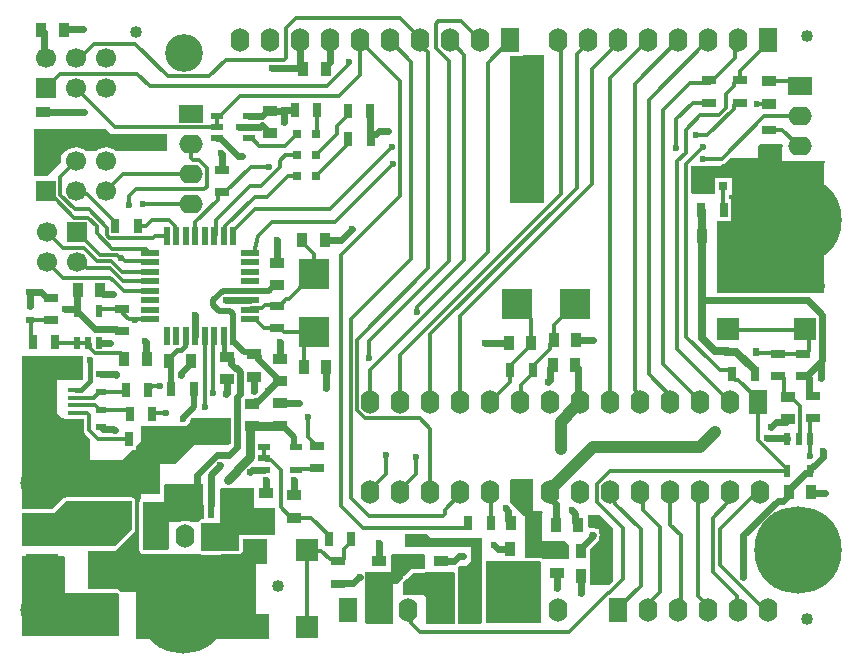
<source format=gtl>
G04*
G04 #@! TF.GenerationSoftware,Altium Limited,Altium Designer,20.0.10 (225)*
G04*
G04 Layer_Physical_Order=1*
G04 Layer_Color=255*
%FSLAX44Y44*%
%MOMM*%
G71*
G01*
G75*
%ADD12C,0.4000*%
%ADD19R,1.3000X0.7000*%
%ADD20R,0.7000X1.3000*%
%ADD21R,0.6858X0.5588*%
%ADD22R,0.5588X0.6858*%
%ADD23R,1.6000X1.4000*%
%ADD24R,1.9000X1.9000*%
%ADD25R,1.9000X1.9000*%
%ADD26R,1.3500X0.4000*%
%ADD27R,3.5000X2.2000*%
%ADD28R,0.6000X2.2000*%
%ADD29R,2.5000X2.6000*%
%ADD30R,2.6000X2.5000*%
%ADD31R,1.3000X0.9000*%
%ADD32R,0.9000X1.3000*%
%ADD33R,1.0000X0.5500*%
%ADD34R,0.5500X1.0000*%
%ADD35R,1.6000X3.0000*%
%ADD36R,0.8000X0.8000*%
%ADD37R,2.7000X2.0000*%
%ADD38R,0.5500X1.5000*%
%ADD39R,1.5000X0.5500*%
%ADD40R,0.9000X0.6000*%
%ADD74C,1.0160*%
%ADD75C,0.3000*%
%ADD76C,0.6000*%
%ADD77C,0.7000*%
%ADD78C,1.0000*%
%ADD79C,0.5000*%
%ADD80C,0.8000*%
%ADD81R,1.6000X2.0000*%
%ADD82O,1.6000X2.0000*%
%ADD83R,2.0000X1.6000*%
%ADD84O,2.0000X1.6000*%
%ADD85R,1.7000X1.7000*%
%ADD86C,1.7000*%
%ADD87C,4.0000*%
G04:AMPARAMS|DCode=88|XSize=2mm|YSize=1.2mm|CornerRadius=0.36mm|HoleSize=0mm|Usage=FLASHONLY|Rotation=0.000|XOffset=0mm|YOffset=0mm|HoleType=Round|Shape=RoundedRectangle|*
%AMROUNDEDRECTD88*
21,1,2.0000,0.4800,0,0,0.0*
21,1,1.2800,1.2000,0,0,0.0*
1,1,0.7200,0.6400,-0.2400*
1,1,0.7200,-0.6400,-0.2400*
1,1,0.7200,-0.6400,0.2400*
1,1,0.7200,0.6400,0.2400*
%
%ADD88ROUNDEDRECTD88*%
%ADD89C,3.2000*%
%ADD90C,7.4000*%
%ADD91C,0.6000*%
G36*
X78000Y429000D02*
X126000D01*
Y414000D01*
X82757D01*
X82602Y414202D01*
X80200Y416045D01*
X77402Y417204D01*
X74400Y417599D01*
X71398Y417204D01*
X68600Y416045D01*
X66198Y414202D01*
X66043Y414000D01*
X57357D01*
X57202Y414202D01*
X54800Y416045D01*
X52002Y417204D01*
X49000Y417599D01*
X45998Y417204D01*
X43200Y416045D01*
X40798Y414202D01*
X40643Y414000D01*
X40000D01*
X36000Y410000D01*
X36000Y405000D01*
X24300Y393300D01*
X14330Y393300D01*
X13432Y394198D01*
Y433000D01*
X74000D01*
X78000Y429000D01*
D02*
G37*
G36*
X647476Y418587D02*
X646956Y418068D01*
Y405929D01*
X682727Y405856D01*
X683212Y404682D01*
X682029Y403498D01*
Y293880D01*
X669694D01*
X668500Y294118D01*
X591845D01*
Y354750D01*
X603750D01*
Y373750D01*
X601713D01*
Y377250D01*
X604000D01*
Y391250D01*
X590000D01*
Y377992D01*
X570954Y377991D01*
X570056Y378889D01*
Y401506D01*
X570430Y401880D01*
X578554D01*
X580056Y401581D01*
X581557Y401880D01*
X594983D01*
X596279Y403176D01*
X597705Y403460D01*
X599193Y404454D01*
X602765Y408026D01*
X626650D01*
Y418206D01*
X626726Y418224D01*
X626959Y418457D01*
Y418960D01*
X627857Y419857D01*
X646950D01*
X647476Y418587D01*
D02*
G37*
G36*
X445231Y370000D02*
X416769D01*
Y495000D01*
X427560D01*
Y495300D01*
X445231D01*
Y370000D01*
D02*
G37*
G36*
X199508Y128783D02*
X199840Y128646D01*
Y111997D01*
X217848D01*
Y89902D01*
X216949Y89006D01*
X188718Y89085D01*
X188634Y89000D01*
X187000D01*
Y87366D01*
X186920Y87286D01*
Y75764D01*
X155781Y75698D01*
X154882Y76595D01*
Y99275D01*
X171134Y99276D01*
X171134Y127885D01*
X172032Y128783D01*
X177268D01*
X177600Y128740D01*
X177932Y128783D01*
X199508D01*
D02*
G37*
G36*
X156882Y115000D02*
X157000Y114409D01*
Y102334D01*
X154882Y102334D01*
X153712Y102101D01*
X152719Y101438D01*
X152056Y100446D01*
X151985Y100089D01*
X145987D01*
X144472Y100717D01*
X141600Y101095D01*
X138728Y100717D01*
X137213Y100089D01*
X127380D01*
Y77081D01*
X126375Y76442D01*
X107056D01*
X106929Y76570D01*
X105650D01*
Y117007D01*
X106161Y117218D01*
X123162D01*
Y131535D01*
X124185Y132557D01*
X156882D01*
Y115000D01*
D02*
G37*
G36*
X96000Y93635D02*
X81914Y79549D01*
X3665D01*
X3268Y79713D01*
X3267Y108000D01*
X30426D01*
X40426Y118000D01*
X96000D01*
Y93635D01*
D02*
G37*
G36*
X435563Y136438D02*
Y109160D01*
X443629D01*
X444168Y107904D01*
X443780Y107515D01*
Y84239D01*
X463350Y84280D01*
X466760Y80870D01*
Y68590D01*
X444838D01*
X444265Y69163D01*
X443273Y69826D01*
X442102Y70059D01*
X442102Y70059D01*
X429000Y70059D01*
Y105000D01*
X428400Y105000D01*
X425000Y108400D01*
Y108500D01*
X424900D01*
X417839Y115562D01*
X417509Y116056D01*
X417015Y116385D01*
X416000Y117400D01*
X416000Y136102D01*
X416898Y137000D01*
X435000D01*
X435563Y136438D01*
D02*
G37*
G36*
X344830Y71978D02*
Y61330D01*
X343896Y60395D01*
X332842Y60395D01*
X326617Y54100D01*
X325600D01*
Y53071D01*
X320387Y47800D01*
X317130Y47800D01*
X317130Y14073D01*
X317064Y13939D01*
X294934Y13939D01*
X294036Y14837D01*
X294036Y58059D01*
X315960Y58059D01*
X315960Y71978D01*
X316858Y72876D01*
X343932Y72877D01*
X344830Y71978D01*
D02*
G37*
G36*
X503780Y95220D02*
Y50444D01*
X500276Y46940D01*
X488060D01*
X488000Y47000D01*
X484000D01*
Y77049D01*
X490243Y83292D01*
X491569Y85276D01*
X491745Y86160D01*
X492066D01*
Y87532D01*
X492417Y89300D01*
X492066Y91068D01*
Y93934D01*
X491618Y94382D01*
X489493D01*
X488641Y94952D01*
X486300Y95417D01*
X483959Y94952D01*
X483850Y94879D01*
X482580Y95558D01*
Y105895D01*
X482685Y106000D01*
X493000D01*
X503780Y95220D01*
D02*
G37*
G36*
X443000Y66102D02*
X443000Y15000D01*
X396000D01*
Y67000D01*
X442102Y67000D01*
X443000Y66102D01*
D02*
G37*
G36*
X348880Y87000D02*
X392426D01*
Y15114D01*
X392031Y14157D01*
X373456Y14134D01*
X372558Y15032D01*
Y56882D01*
X372325Y58052D01*
X371965Y58591D01*
X372060Y62096D01*
X372911Y62664D01*
X379159D01*
X383087Y66592D01*
Y79010D01*
X328608D01*
X327470Y79328D01*
Y90000D01*
X345880D01*
X348880Y87000D01*
D02*
G37*
G36*
X369499Y56882D02*
Y14113D01*
X345936Y14026D01*
X345036Y14922D01*
Y36945D01*
X343316Y38665D01*
X326518D01*
X325631Y39573D01*
X325804Y47073D01*
X325754Y48877D01*
X327775Y50921D01*
X328099Y51411D01*
X328183Y51537D01*
X328290Y51610D01*
X328780Y51937D01*
X328785Y51944D01*
X328792Y51949D01*
X334119Y57336D01*
X343896Y57336D01*
X344425Y57442D01*
X345066Y57569D01*
X345066Y57569D01*
X345657Y57964D01*
X368417Y57964D01*
X369499Y56882D01*
D02*
G37*
G36*
X40000Y70102D02*
X40000Y40000D01*
X84102Y40000D01*
X85000Y39102D01*
Y4000D01*
X84815Y3554D01*
X3529D01*
Y71000D01*
X39102D01*
X40000Y70102D01*
D02*
G37*
G36*
X55206Y239552D02*
X55165Y239490D01*
X54699Y237149D01*
X55165Y234808D01*
X55206Y234746D01*
Y221548D01*
X54252Y220787D01*
X33022D01*
Y191845D01*
X37021Y187846D01*
X39000D01*
Y187500D01*
X55412D01*
Y178350D01*
X55761Y176594D01*
X56444Y175572D01*
Y174556D01*
X61000Y170000D01*
Y153000D01*
X88251D01*
X96251Y161000D01*
X100000D01*
Y164748D01*
X104341Y169089D01*
Y181086D01*
X138879D01*
X139400Y180982D01*
X139921Y181086D01*
X140914D01*
X141000Y181000D01*
X141375Y181375D01*
X141741Y181448D01*
X143726Y182774D01*
X145052Y184759D01*
X145125Y185125D01*
X145855Y185854D01*
Y186788D01*
X147008Y187941D01*
X179382D01*
Y166463D01*
X177920Y165000D01*
X149000D01*
X133000Y149000D01*
X120000D01*
Y124080D01*
X119943Y124057D01*
X104248D01*
Y121305D01*
X103962Y120154D01*
Y120154D01*
X103441Y119100D01*
X102824Y118177D01*
X102591Y117007D01*
Y76570D01*
X102824Y75399D01*
X103487Y74407D01*
X104000Y74064D01*
Y73000D01*
X154420D01*
X154614Y72871D01*
X154615Y72870D01*
X154617Y72870D01*
X155204Y72754D01*
X155785Y72639D01*
X155786Y72639D01*
X155788Y72639D01*
X186926Y72706D01*
X187513Y72824D01*
X188090Y72938D01*
X188093Y72940D01*
X188096Y72941D01*
X188184Y73000D01*
X189000D01*
Y73546D01*
X189083Y73601D01*
X189084Y73604D01*
X189087Y73606D01*
X189415Y74099D01*
X189746Y74594D01*
X189746Y74597D01*
X189748Y74600D01*
X189863Y75184D01*
X189978Y75764D01*
Y85123D01*
X190878Y86020D01*
X211000Y85963D01*
Y65000D01*
X202000D01*
X201744Y64743D01*
Y22187D01*
X210874D01*
X212026Y21902D01*
Y1050D01*
X100747D01*
X99500Y1105D01*
Y40595D01*
X87610D01*
X87163Y41265D01*
X86265Y42163D01*
X85273Y42826D01*
X84102Y43059D01*
X84102Y43059D01*
X59898Y43059D01*
X59000Y43957D01*
Y76000D01*
X82000D01*
X82633Y76633D01*
X83084Y76723D01*
X84077Y77386D01*
X84077Y77386D01*
X96691Y90000D01*
X97000D01*
Y90309D01*
X98163Y91472D01*
X98826Y92464D01*
X99059Y93635D01*
X99059Y93635D01*
Y118000D01*
X98826Y119171D01*
X98163Y120163D01*
X97170Y120826D01*
X96000Y121059D01*
X40426D01*
X40426Y121059D01*
X39255Y120826D01*
X38263Y120163D01*
X38263Y120163D01*
X29158Y111059D01*
X3268D01*
X3000Y111278D01*
Y240622D01*
X4126Y240971D01*
X55206D01*
Y239552D01*
D02*
G37*
D12*
X60817Y219317D02*
Y237149D01*
X53500Y212000D02*
X60817Y219317D01*
X48750Y212000D02*
X53500D01*
X128500Y236700D02*
Y239900D01*
X134615Y246015D01*
X137921D01*
X141250Y249343D01*
Y257250D01*
X142000Y258000D01*
X174000Y242300D02*
Y258000D01*
D19*
X172400Y398300D02*
D03*
Y379300D02*
D03*
X88000Y261500D02*
D03*
Y280500D02*
D03*
X218900Y264400D02*
D03*
Y283400D02*
D03*
X611000Y474000D02*
D03*
Y455000D02*
D03*
X584750Y455000D02*
D03*
Y474000D02*
D03*
X636000Y432500D02*
D03*
Y413500D02*
D03*
X673300Y207200D02*
D03*
Y188200D02*
D03*
X27789Y271018D02*
D03*
Y290018D02*
D03*
X664700Y223800D02*
D03*
Y242800D02*
D03*
X271000Y67000D02*
D03*
Y48000D02*
D03*
X253000Y164500D02*
D03*
Y145500D02*
D03*
X643100Y223800D02*
D03*
Y242800D02*
D03*
X335300Y85600D02*
D03*
Y66600D02*
D03*
X335100Y47600D02*
D03*
Y66600D02*
D03*
D20*
X298000Y447750D02*
D03*
X279000D02*
D03*
X298500Y424250D02*
D03*
X279500D02*
D03*
X101250Y351000D02*
D03*
X82250D02*
D03*
X110300Y211900D02*
D03*
X91300D02*
D03*
X94700Y192000D02*
D03*
X113700D02*
D03*
X112500Y170500D02*
D03*
X93500D02*
D03*
X400000Y99000D02*
D03*
X381000D02*
D03*
X623500Y225800D02*
D03*
X604500D02*
D03*
X253300Y449100D02*
D03*
X234300D02*
D03*
X416500Y229000D02*
D03*
X435500D02*
D03*
X597250Y364250D02*
D03*
X578250D02*
D03*
X12500Y253000D02*
D03*
X31500D02*
D03*
X282100Y86200D02*
D03*
X263100D02*
D03*
X148700Y213200D02*
D03*
X129700D02*
D03*
D21*
X10000Y270808D02*
D03*
Y295192D02*
D03*
D22*
X600210Y244300D02*
D03*
X624594D02*
D03*
D23*
X46500Y167000D02*
D03*
Y231000D02*
D03*
D24*
X22000Y187000D02*
D03*
X601000Y263500D02*
D03*
Y308500D02*
D03*
X666000D02*
D03*
Y263500D02*
D03*
D25*
X22000Y211000D02*
D03*
X244500Y76500D02*
D03*
X199500D02*
D03*
Y11500D02*
D03*
X244500D02*
D03*
D26*
X48750Y212000D02*
D03*
Y205500D02*
D03*
Y199000D02*
D03*
Y192500D02*
D03*
Y186000D02*
D03*
D27*
X163000Y177000D02*
D03*
D28*
X188400Y115000D02*
D03*
X175700D02*
D03*
X163000D02*
D03*
X150300D02*
D03*
X137600D02*
D03*
D29*
X471100Y284950D02*
D03*
X422100D02*
D03*
D30*
X250500Y261100D02*
D03*
Y310100D02*
D03*
D31*
X221400Y238600D02*
D03*
Y219600D02*
D03*
X113000Y129500D02*
D03*
Y110500D02*
D03*
X210000Y125000D02*
D03*
Y106000D02*
D03*
X199700Y242100D02*
D03*
Y223100D02*
D03*
X219000Y319500D02*
D03*
Y300500D02*
D03*
X176400Y239900D02*
D03*
Y220900D02*
D03*
X21000Y428000D02*
D03*
Y447000D02*
D03*
X636000Y473500D02*
D03*
Y454500D02*
D03*
X305800Y48200D02*
D03*
Y67200D02*
D03*
X358000Y48000D02*
D03*
Y67000D02*
D03*
X213000Y448500D02*
D03*
Y429500D02*
D03*
X221900Y181700D02*
D03*
Y200700D02*
D03*
X652200Y206200D02*
D03*
Y187200D02*
D03*
X233200Y104000D02*
D03*
Y123000D02*
D03*
X198100Y200500D02*
D03*
Y181500D02*
D03*
X456600Y76000D02*
D03*
Y57000D02*
D03*
D32*
X476300Y76000D02*
D03*
X495300D02*
D03*
X260500Y484000D02*
D03*
X241500D02*
D03*
X416500Y77000D02*
D03*
X435500D02*
D03*
X598000Y342000D02*
D03*
X579000D02*
D03*
X127300Y236700D02*
D03*
X146300D02*
D03*
X240500Y339000D02*
D03*
X259500D02*
D03*
X241700Y231800D02*
D03*
X260700D02*
D03*
X382500Y50000D02*
D03*
X401500D02*
D03*
X19500Y517000D02*
D03*
X38500D02*
D03*
X471800Y232700D02*
D03*
X452800D02*
D03*
X436500Y99000D02*
D03*
X417500D02*
D03*
X455300Y97300D02*
D03*
X474300D02*
D03*
X434500Y252000D02*
D03*
X415500D02*
D03*
X453400Y254200D02*
D03*
X472400D02*
D03*
X652486Y125414D02*
D03*
X671486D02*
D03*
X50400Y297000D02*
D03*
X69400D02*
D03*
X90000Y238400D02*
D03*
X109000D02*
D03*
X495500Y54500D02*
D03*
X476500D02*
D03*
D33*
X168500Y444000D02*
D03*
Y434500D02*
D03*
Y425000D02*
D03*
X195500Y444000D02*
D03*
Y425000D02*
D03*
X208500Y163500D02*
D03*
Y154000D02*
D03*
Y144500D02*
D03*
X235500Y163500D02*
D03*
Y144500D02*
D03*
D34*
X49688Y252062D02*
D03*
X59188D02*
D03*
X68688D02*
D03*
X49688Y279062D02*
D03*
X68688D02*
D03*
X670300Y170300D02*
D03*
X660800D02*
D03*
X651300D02*
D03*
X670300Y143300D02*
D03*
X651300D02*
D03*
D35*
X73000Y96000D02*
D03*
Y137000D02*
D03*
X72000Y60000D02*
D03*
Y19000D02*
D03*
D36*
X581000Y384250D02*
D03*
X597000D02*
D03*
X236000Y429000D02*
D03*
X252000D02*
D03*
X236000Y411000D02*
D03*
X252000D02*
D03*
X236000Y393000D02*
D03*
X252000D02*
D03*
D37*
X20000Y63000D02*
D03*
Y95000D02*
D03*
D38*
X182000Y258000D02*
D03*
X174000D02*
D03*
X166000D02*
D03*
X158000D02*
D03*
X150000D02*
D03*
X142000D02*
D03*
X134000D02*
D03*
X126000D02*
D03*
Y342000D02*
D03*
X134000D02*
D03*
X142000D02*
D03*
X150000D02*
D03*
X158000D02*
D03*
X166000D02*
D03*
X174000D02*
D03*
X182000D02*
D03*
D39*
X112000Y272000D02*
D03*
Y280000D02*
D03*
Y288000D02*
D03*
Y296000D02*
D03*
Y304000D02*
D03*
Y312000D02*
D03*
Y320000D02*
D03*
Y328000D02*
D03*
X196000D02*
D03*
Y320000D02*
D03*
Y312000D02*
D03*
Y304000D02*
D03*
Y296000D02*
D03*
Y288000D02*
D03*
Y280000D02*
D03*
Y272000D02*
D03*
D40*
X70300Y225500D02*
D03*
Y210500D02*
D03*
X70500Y180300D02*
D03*
Y195300D02*
D03*
D74*
X100000Y515000D02*
D03*
X668000Y512000D02*
D03*
Y18000D02*
D03*
X220000Y46000D02*
D03*
D75*
X323600Y201830D02*
Y241600D01*
X460000Y378000D02*
Y497743D01*
X323600Y241600D02*
X460000Y378000D01*
X349000Y201830D02*
Y259000D01*
X472827Y382827D02*
Y496227D01*
X349000Y259000D02*
X472827Y382827D01*
X374400Y201830D02*
Y274400D01*
X486000Y386000D02*
Y484000D01*
X374400Y274400D02*
X486000Y386000D01*
X546000Y234000D02*
X577600Y202400D01*
X546000Y449000D02*
X569000Y472000D01*
X546000Y234000D02*
Y449000D01*
X534000Y225337D02*
X552200Y207137D01*
X534000Y457800D02*
X584200Y508000D01*
X534000Y225337D02*
Y457800D01*
X522000Y471200D02*
X558800Y508000D01*
X526800Y201830D02*
Y207287D01*
X522000Y212087D02*
X526800Y207287D01*
X522000Y212087D02*
Y471200D01*
X298200Y201830D02*
Y229200D01*
X397691Y328691D02*
Y489131D01*
X298200Y229200D02*
X397691Y328691D01*
X337375Y277625D02*
X337928Y278178D01*
Y281928D01*
X377866Y321866D01*
Y495894D01*
X365000Y321000D02*
Y490431D01*
X297058Y239058D02*
Y253058D01*
X365000Y321000D01*
X286700Y195067D02*
Y254700D01*
X347000Y315000D02*
Y497743D01*
X286700Y254700D02*
X347000Y315000D01*
X340360Y504383D02*
Y508000D01*
Y504383D02*
X347000Y497743D01*
X281660Y271660D02*
X333000Y323000D01*
X314960Y508000D02*
X333000Y489960D01*
Y323000D02*
Y489960D01*
X281660Y120427D02*
Y271660D01*
X472827Y496227D02*
X482600Y506000D01*
X486000Y484000D02*
X508000Y506000D01*
X64650Y243400D02*
X87000D01*
X60438Y247613D02*
X64650Y243400D01*
X60438Y247613D02*
Y250812D01*
X48750Y205500D02*
X63800D01*
X457200Y508000D02*
X459687Y505513D01*
Y498055D02*
Y505513D01*
Y498055D02*
X460000Y497743D01*
X397691Y489131D02*
X416560Y508000D01*
X557890Y246940D02*
X603000Y201830D01*
X557890Y246940D02*
Y405896D01*
X565000Y413006D01*
X565468Y257102D02*
X585570Y237000D01*
X565468Y403407D02*
X579750Y417689D01*
X565468Y257102D02*
Y403407D01*
X565000Y413006D02*
Y432000D01*
X577500Y444500D01*
X593429D01*
X557200Y416750D02*
Y441200D01*
X571000Y455000D02*
X584750D01*
X557200Y441200D02*
X571000Y455000D01*
X569000Y472000D02*
X585750D01*
X589750Y476000D02*
X607113Y493363D01*
X589750Y476000D02*
Y476000D01*
X607113Y493363D02*
Y505513D01*
X585750Y472000D02*
X589750Y476000D01*
X354000Y501431D02*
X365000Y490431D01*
X354000Y501431D02*
Y522243D01*
X355757Y524000D01*
X375160D01*
X391160Y508000D01*
X391160D01*
X365760D02*
X377866Y495894D01*
X297000Y239000D02*
X297058Y239058D01*
X281660Y120427D02*
X296712Y105375D01*
X273034Y113966D02*
Y326034D01*
X289560Y507440D02*
Y508000D01*
X273034Y113966D02*
X292000Y95000D01*
X273034Y326034D02*
X323500Y376500D01*
X293939Y187827D02*
X340173D01*
X286700Y195067D02*
X293939Y187827D01*
X296712Y105375D02*
X359743D01*
X340173Y187827D02*
X349000Y179000D01*
X292000Y95000D02*
X379000D01*
X323500Y376500D02*
Y473500D01*
X289560Y507440D02*
X323500Y473500D01*
X289560Y504440D02*
Y508000D01*
Y479014D02*
Y504440D01*
X381000Y97000D02*
Y99000D01*
X379000Y95000D02*
X381000Y97000D01*
X245000Y172500D02*
X253000Y164500D01*
X245000Y172500D02*
Y189000D01*
X594000Y64000D02*
Y94000D01*
X633482Y25400D02*
X635000D01*
X626961Y31039D02*
X627843D01*
X633482Y25400D01*
X594000Y64000D02*
X626961Y31039D01*
X585570Y237000D02*
X586000D01*
X593957Y229043D01*
X604500Y222800D02*
Y225800D01*
Y222800D02*
X606500Y220800D01*
X609630D02*
X626500Y203930D01*
X606500Y220800D02*
X609630D01*
X593957Y229043D02*
X602500D01*
X604500Y227043D01*
X577600Y201830D02*
Y202400D01*
X552200Y201830D02*
Y207137D01*
X626882Y125630D02*
X628400D01*
X621428Y120176D02*
X626882Y125630D01*
X620176Y120176D02*
X621428D01*
X594000Y94000D02*
X620176Y120176D01*
X588000Y58000D02*
X608261Y37739D01*
X588000Y103373D02*
X600513Y115885D01*
X588000Y58000D02*
Y103373D01*
X576000Y37257D02*
X584200Y29057D01*
X576000Y124030D02*
X577600Y125630D01*
X576000Y37257D02*
Y124030D01*
X584200Y25400D02*
Y29057D01*
X608261Y26739D02*
X609600Y25400D01*
X608261Y26739D02*
Y37739D01*
X600513Y123143D02*
X603000Y125630D01*
X600513Y115885D02*
Y123143D01*
X558800Y25400D02*
X561000Y27600D01*
X552200Y97800D02*
X561000Y89000D01*
Y27600D02*
Y89000D01*
X543000Y40518D02*
Y96000D01*
X529000Y110000D02*
X543000Y96000D01*
X533400Y30918D02*
X543000Y40518D01*
X508000Y27400D02*
X527000Y46400D01*
X505224Y115776D02*
X527000Y94000D01*
Y46400D02*
Y94000D01*
X533400Y25400D02*
Y30918D01*
X529000Y110000D02*
Y123430D01*
X512000Y52175D02*
Y95000D01*
X489900Y117100D02*
X512000Y95000D01*
X489900Y117100D02*
Y132393D01*
X501400Y120112D02*
Y125630D01*
Y120112D02*
X505224Y116288D01*
Y115776D02*
Y116288D01*
X489900Y132393D02*
X500900Y143393D01*
X651207D02*
X651300Y143300D01*
X500900Y143393D02*
X651207D01*
X651300Y143300D02*
Y145550D01*
X626750Y169658D02*
X649608Y146800D01*
X650050D02*
X651300Y145550D01*
X649608Y146800D02*
X650050D01*
X526800Y125630D02*
X529000Y123430D01*
X500088Y40263D02*
X512000Y52175D01*
X340000Y7000D02*
X466475D01*
X499738Y40263D01*
X500088D01*
X330200Y25400D02*
X332687Y22913D01*
Y14313D02*
X340000Y7000D01*
X332687Y14313D02*
Y22913D01*
X90257Y321091D02*
X110909D01*
X87523Y323825D02*
X90257Y321091D01*
X86188Y323825D02*
X87523D01*
X56029Y332300D02*
X66847Y321482D01*
X78519D01*
X37700Y332300D02*
X56029D01*
X49700Y345700D02*
X68918Y326482D01*
X83531D01*
X86188Y323825D01*
X77883Y315046D02*
X88929Y304000D01*
X78519Y321482D02*
X88000Y312000D01*
X49700Y320300D02*
X53204D01*
X58457Y315046D02*
X77883D01*
X53204Y320300D02*
X58457Y315046D01*
X81448Y304000D02*
X89448Y296000D01*
X78080Y307000D02*
X81080Y304000D01*
X37600Y307000D02*
X78080D01*
X89448Y296000D02*
X112000D01*
X81080Y304000D02*
X81448D01*
X88929D02*
X112000D01*
X88000Y312000D02*
X112000D01*
X79748Y331482D02*
X108518D01*
X66750Y344479D02*
X79748Y331482D01*
X108518D02*
X112000Y328000D01*
X66750Y344479D02*
Y350600D01*
X114250Y341000D02*
X115500Y342250D01*
X77300Y341000D02*
X114250D01*
X75240Y343060D02*
X77300Y341000D01*
X75240Y343060D02*
Y349181D01*
X48750Y192500D02*
X58243D01*
X60000Y190743D01*
Y178350D02*
Y190743D01*
Y178350D02*
X67850Y170500D01*
X93500D01*
X110909Y321091D02*
X112000Y320000D01*
X24300Y320300D02*
X37600Y307000D01*
X59350Y358000D02*
X66750Y350600D01*
X47258Y358000D02*
X59350D01*
X59571Y364850D02*
X75240Y349181D01*
X47779Y364850D02*
X59571D01*
X23600Y380600D02*
X30600Y373600D01*
X31658D02*
X47258Y358000D01*
X30600Y373600D02*
X31658D01*
X35600Y377029D02*
X47779Y364850D01*
X82250Y351000D02*
Y354000D01*
X49000Y380600D02*
X51679Y377921D01*
X58329D02*
X82250Y354000D01*
X35600Y377029D02*
Y392600D01*
X49000Y406000D01*
X51679Y377921D02*
X58329D01*
X167250Y356250D02*
X196000Y385000D01*
X206000D02*
X221500Y400500D01*
X196000Y385000D02*
X206000D01*
X221500Y400500D02*
Y406243D01*
X175400Y379300D02*
X197100Y401000D01*
X212000D01*
X167250Y343250D02*
Y356250D01*
X182000Y346750D02*
X200250Y365000D01*
X182000Y342000D02*
Y346750D01*
X200250Y365000D02*
X263750D01*
X203023Y342323D02*
X214700Y354000D01*
X268000D02*
X317000Y403000D01*
X214700Y354000D02*
X268000D01*
X270000Y429000D02*
Y435750D01*
X254500Y413500D02*
X254500D01*
X252000Y411000D02*
X254500Y413500D01*
X254500D02*
X270000Y429000D01*
Y435750D02*
X279000Y444750D01*
Y447750D01*
X252000Y393000D02*
X277500Y418500D01*
Y422250D01*
X279500Y424250D01*
X187750Y461000D02*
X271546D01*
X289560Y479014D01*
X170750Y444000D02*
X187750Y461000D01*
X111194Y468986D02*
X261435D01*
X280000Y487550D01*
X100579Y479600D02*
X111194Y468986D01*
X280000Y487550D02*
Y489275D01*
X226500Y493445D02*
Y518250D01*
X235500Y527250D02*
X323110D01*
X224743Y491687D02*
X226500Y493445D01*
Y518250D02*
X235500Y527250D01*
X175687Y491687D02*
X224743D01*
X126600Y477400D02*
X161400D01*
X175687Y491687D01*
X98700Y505300D02*
X126600Y477400D01*
X49000Y493000D02*
X52000D01*
X64300Y505300D02*
X98700D01*
X52000Y493000D02*
X64300Y505300D01*
X245047Y75953D02*
X256743D01*
X244500Y76500D02*
X245047Y75953D01*
X256743D02*
X263696Y69000D01*
X272000D02*
X274000Y67000D01*
X263696Y69000D02*
X272000D01*
X222400Y112800D02*
Y144600D01*
X214250Y152750D02*
X222400Y144600D01*
X208500Y154000D02*
X209750Y152750D01*
X214250D01*
X580056Y407699D02*
X595949D01*
X631850Y443600D01*
X583501Y427501D02*
X606000Y450000D01*
X573742Y427501D02*
X583501D01*
X579750Y417689D02*
Y417750D01*
X59188Y252062D02*
X60438Y250812D01*
X87000Y243400D02*
X90000Y240400D01*
Y238400D02*
Y240400D01*
X68800Y210500D02*
X89900D01*
X91300Y211900D01*
X63800Y205500D02*
X68800Y210500D01*
X158100Y197300D02*
X158200Y197200D01*
X158100Y197300D02*
Y257900D01*
X158000Y258000D02*
X158100Y257900D01*
X110300Y211900D02*
X114075Y215675D01*
X119875D01*
X94700Y192000D02*
Y193300D01*
X92700Y195300D02*
X94700Y193300D01*
X69000Y195300D02*
X92700D01*
X607113Y505513D02*
X609600Y508000D01*
X252650Y448450D02*
X253300Y449100D01*
X252650Y429650D02*
Y448450D01*
X252000Y429000D02*
X252650Y429650D01*
X248300Y104000D02*
X263100Y89200D01*
X231200Y104000D02*
X248300D01*
X263100Y86200D02*
Y89200D01*
X222400Y112800D02*
X231200Y104000D01*
X27684Y270913D02*
X27789Y271018D01*
X10740Y270913D02*
X27684D01*
X10635Y270808D02*
X10740Y270913D01*
X58625Y251500D02*
X59188Y252062D01*
X49688Y251500D02*
X58625D01*
X68688Y279062D02*
Y279250D01*
X69938Y280500D01*
X88000D01*
X98500Y271200D02*
Y272000D01*
X49125Y251500D02*
X49688Y252062D01*
X33000Y251500D02*
X49125D01*
X31500Y253000D02*
X33000Y251500D01*
X93500Y272000D02*
X98500D01*
X112000D01*
X48750Y199000D02*
X65300D01*
X69000Y195300D01*
X250500Y310100D02*
Y327100D01*
X243600Y334000D02*
X250500Y327100D01*
X243500Y334000D02*
X243600D01*
X240500Y337000D02*
X243500Y334000D01*
X240500Y337000D02*
Y339000D01*
X450400Y251200D02*
X453500Y254300D01*
Y266850D01*
X471100Y284450D02*
Y284950D01*
X453500Y266850D02*
X471100Y284450D01*
X450400Y246900D02*
Y251200D01*
X435000Y231500D02*
X450400Y246900D01*
X435000Y229500D02*
Y231500D01*
X422100Y284700D02*
Y284950D01*
Y284700D02*
X434500Y272300D01*
Y250000D02*
Y272300D01*
X425830Y202460D02*
Y216330D01*
X425200Y201830D02*
X425830Y202460D01*
X218900Y283400D02*
X221900D01*
X227160Y288660D01*
X229060D01*
X250000Y310100D02*
X250500D01*
X239000Y299100D02*
X250000Y310100D01*
X239000Y298600D02*
Y299100D01*
X229060Y288660D02*
X239000Y298600D01*
X218450Y264850D02*
X218900Y264400D01*
X207900Y264850D02*
X218450D01*
X200750Y272000D02*
X207900Y264850D01*
X196000Y272000D02*
X200750D01*
X208750Y283500D02*
X218800D01*
X206500Y281250D02*
X208750Y283500D01*
X197250Y281250D02*
X206500D01*
X196000Y280000D02*
X197250Y281250D01*
X218900Y264400D02*
X221900D01*
X225300Y261000D01*
X250400D01*
X250500Y261100D01*
X200057Y328000D02*
X203023Y342323D01*
X196000Y328000D02*
X200057D01*
X626750Y169658D02*
Y201680D01*
X241700Y231800D02*
Y252300D01*
X250400Y261000D01*
X150000Y354000D02*
X169057Y373057D01*
X171057Y379300D02*
X175400D01*
X169057Y377300D02*
X171057Y379300D01*
X169057Y373057D02*
Y377300D01*
X150000Y342000D02*
Y354000D01*
X282100Y83200D02*
Y86200D01*
X276000Y77100D02*
X282100Y83200D01*
X276000Y69000D02*
Y77100D01*
X274000Y67000D02*
X276000Y69000D01*
X552200Y97800D02*
Y125630D01*
X606000Y472000D02*
X608000Y474000D01*
X593429Y444500D02*
X599350Y450421D01*
Y462850D01*
X606000Y469500D01*
Y472000D01*
X425830Y216330D02*
X435500Y226000D01*
X399900Y99100D02*
X400000Y99000D01*
X399900Y99100D02*
Y125530D01*
X399800Y201830D02*
Y202050D01*
X416500Y218750D01*
Y229000D01*
X349000Y125630D02*
Y179000D01*
X533400Y508000D02*
X533500Y507900D01*
X501400Y476000D02*
X533400Y508000D01*
X501400Y201830D02*
Y476000D01*
X361500Y110730D02*
X374400Y123630D01*
X361500Y107132D02*
Y110730D01*
X359743Y105375D02*
X361500Y107132D01*
X508000Y506000D02*
Y508000D01*
X435500Y226000D02*
Y229000D01*
X482600Y506000D02*
Y508000D01*
X508000Y25400D02*
Y27400D01*
X608000Y474000D02*
X611000D01*
X672300Y188200D02*
X673300D01*
X670300Y186200D02*
X672300Y188200D01*
X670300Y155800D02*
Y186200D01*
X626500Y201930D02*
X626750Y201680D01*
X651100Y206200D02*
X654200D01*
X660800Y170300D02*
Y172550D01*
X662200Y173950D01*
Y198200D01*
X654200Y206200D02*
X662200Y198200D01*
X648100Y209200D02*
X651100Y206200D01*
X648100Y209200D02*
Y221800D01*
X646100Y223800D02*
X648100Y221800D01*
X643100Y223800D02*
X646100D01*
X666000Y263500D02*
X669700Y259800D01*
Y244800D02*
Y259800D01*
X664700Y242800D02*
X667700D01*
X669700Y244800D01*
X643400Y242800D02*
X667700D01*
X643250Y242650D02*
X643400Y242800D01*
X643100D02*
X643250Y242650D01*
X642350Y243550D02*
X643250Y242650D01*
X625344Y243550D02*
X642350D01*
X624594Y244300D02*
X625344Y243550D01*
X626500Y201930D02*
Y203930D01*
X601900Y262600D02*
X665100D01*
X601000Y263500D02*
X601900Y262600D01*
X665100D02*
X666000Y263500D01*
X93800Y368900D02*
Y376500D01*
X99600Y382300D01*
X105905Y369200D02*
X145400D01*
X159500Y384057D02*
Y399963D01*
X74400Y380600D02*
X89000Y395200D01*
X157743Y382300D02*
X159500Y384057D01*
X99600Y382300D02*
X157743D01*
X89000Y395200D02*
X146000D01*
Y408457D02*
Y420600D01*
Y408457D02*
X147757Y406700D01*
X152763D01*
X159500Y399963D01*
X145400Y369200D02*
X146000Y369800D01*
X235500Y144500D02*
X236000Y145000D01*
X252500D01*
X253000Y145500D01*
X208500Y154000D02*
Y163500D01*
X244500Y11500D02*
Y76500D01*
X399800Y125630D02*
X399900Y125530D01*
X164900Y209000D02*
X165000Y209100D01*
Y257000D01*
X114450Y192750D02*
X115000Y192200D01*
X125162D01*
X165000Y257000D02*
X166000Y258000D01*
X113700Y192000D02*
X114450Y192750D01*
X10635Y254865D02*
X12500Y253000D01*
X10635Y254865D02*
Y270808D01*
X10000D02*
X10635D01*
X88000Y280500D02*
X89000Y279500D01*
Y276500D02*
Y279500D01*
Y276500D02*
X93500Y272000D01*
X200550Y375750D02*
X211000D01*
X175250Y350450D02*
X200550Y375750D01*
X211000D02*
X228500Y393250D01*
X235750D01*
X236000Y393000D01*
X174000Y342000D02*
X175250Y343250D01*
Y350450D01*
X221500Y406243D02*
X226257Y411000D01*
X236000D01*
X166000Y342000D02*
X167250Y343250D01*
X35600Y479600D02*
X100579D01*
X204000Y418750D02*
X225750D01*
X236000Y429000D01*
X195500Y425000D02*
X197750D01*
X204000Y418750D01*
X24300Y345700D02*
X37700Y332300D01*
X101250Y351000D02*
X108500D01*
X113250Y355750D01*
X127450D01*
X132750Y343250D02*
X134000Y342000D01*
X132750Y343250D02*
Y350450D01*
X127450Y355750D02*
X132750Y350450D01*
X125750Y342250D02*
X126000Y342000D01*
X115500Y342250D02*
X125750D01*
X168500Y444000D02*
X170750D01*
X168500Y434500D02*
Y444000D01*
X168500Y434500D02*
X168500Y434500D01*
X82100Y434500D02*
X168500D01*
X49000Y467600D02*
X82100Y434500D01*
X23600Y467600D02*
X35600Y479600D01*
X323110Y527250D02*
X340250Y510110D01*
X418500Y234000D02*
X434500Y250000D01*
X418500Y231000D02*
Y234000D01*
X416500Y229000D02*
X418500Y231000D01*
X597000Y384250D02*
X597125Y384125D01*
Y364375D02*
Y384125D01*
Y364375D02*
X597250Y364250D01*
X636000Y432500D02*
X647000D01*
X661300Y418200D01*
X662000D01*
X636000Y473500D02*
X657500D01*
X662000Y469000D01*
X631850Y443600D02*
X662000D01*
X263750Y365000D02*
X316750Y418000D01*
X606000Y453000D02*
X608000Y455000D01*
X606000Y450000D02*
Y453000D01*
X608000Y455000D02*
X611000D01*
X636000Y454500D02*
X636000Y454500D01*
X625250Y454500D02*
X636000D01*
X323600Y125630D02*
Y127630D01*
X337000Y141030D01*
Y155500D01*
X298200Y125630D02*
Y127630D01*
X311750Y141180D01*
Y156500D01*
X374400Y123630D02*
Y125630D01*
X611000Y474000D02*
Y482000D01*
X628500Y499500D01*
X628500D01*
X635000Y506000D01*
Y508000D01*
D76*
X186981Y434524D02*
X205024D01*
X206500Y436000D01*
X49688Y277312D02*
Y279062D01*
Y277312D02*
X49938Y277062D01*
X51688D01*
X82750Y263750D02*
X85000Y261500D01*
X51688Y277062D02*
X65000Y263750D01*
X82750D01*
X85000Y261500D02*
X88000D01*
X206500Y436000D02*
X213000Y429500D01*
X151300Y139786D02*
X168284Y156770D01*
X178341D01*
X163000Y115000D02*
Y140159D01*
X171000Y148159D01*
X178341Y156770D02*
X185500Y163929D01*
X171000Y148159D02*
Y148173D01*
X151300Y130700D02*
Y139786D01*
X260700Y214100D02*
Y231800D01*
X260600Y214000D02*
X260700Y214100D01*
X614000Y54000D02*
Y89197D01*
X643003Y118200D01*
X579754Y288000D02*
X668500D01*
X579000Y288754D02*
X579754Y288000D01*
X668500D02*
X680900Y275600D01*
X670300Y143300D02*
Y145050D01*
X673050Y147800D01*
X673614D01*
X681200Y155386D01*
Y160600D01*
X652486Y125414D02*
Y127414D01*
X666373Y141300D01*
X652486Y123414D02*
Y125414D01*
X647273Y118200D02*
X652486Y123414D01*
X643003Y118200D02*
X647273D01*
X450600Y120383D02*
Y129600D01*
X175700Y287800D02*
X195800D01*
X196000Y288000D01*
X211200Y229800D02*
Y229800D01*
X219400Y219600D02*
X221400D01*
X217900Y221100D02*
X219400Y219600D01*
X211200Y229800D02*
X217900Y223100D01*
Y221100D02*
Y223100D01*
X203200Y237800D02*
Y240600D01*
X201700Y242100D02*
X203200Y240600D01*
Y237800D02*
X211200Y229800D01*
X176400Y239900D02*
X178400D01*
X183415Y230400D02*
X184971D01*
X178400Y239900D02*
X179900Y238400D01*
X187900Y208371D02*
Y227471D01*
X185500Y163929D02*
Y205971D01*
X179900Y233915D02*
X183415Y230400D01*
X184971D02*
X187900Y227471D01*
X179900Y233915D02*
Y238400D01*
X185500Y205971D02*
X187900Y208371D01*
X199700Y211500D02*
Y223100D01*
X137900Y225060D02*
Y226300D01*
X146300Y234700D01*
Y236700D01*
X196600Y142800D02*
X198050Y144250D01*
X208250D02*
X208500Y144500D01*
X198050Y144250D02*
X208250D01*
X113000Y91200D02*
X116200Y88000D01*
X21404Y447401D02*
X56000D01*
X21402Y447402D02*
X21404Y447401D01*
X21000Y447000D02*
X21402Y447402D01*
X107808Y239592D02*
Y252892D01*
Y239592D02*
X109000Y238400D01*
X107425Y253275D02*
X107808Y252892D01*
X82830Y225114D02*
X83213Y224732D01*
X70686Y225114D02*
X82830D01*
X70300Y225500D02*
X70686Y225114D01*
X455500Y97500D02*
Y115483D01*
X455300Y97300D02*
X455500Y97500D01*
X450600Y120383D02*
X455500Y115483D01*
X223660Y449000D02*
X234200D01*
X234300Y449100D01*
X211000Y448500D02*
X213000D01*
X672329Y124571D02*
X683366D01*
X671486Y125414D02*
X672329Y124571D01*
X71900Y293600D02*
X80000D01*
X69400Y296100D02*
X71900Y293600D01*
X69400Y296100D02*
Y297000D01*
X50044Y296644D02*
X50400Y297000D01*
X50044Y279419D02*
Y296644D01*
X49688Y279062D02*
X50044Y279419D01*
X81053Y178437D02*
X81594D01*
X80190Y179300D02*
X81053Y178437D01*
X71500Y179300D02*
X80190D01*
X70500Y180300D02*
X71500Y179300D01*
X233750Y123550D02*
Y135450D01*
X233200Y123000D02*
X233750Y123550D01*
X202800Y203000D02*
X211100Y211300D01*
X200600Y203000D02*
X202800D01*
X198100Y200500D02*
X200600Y203000D01*
X24789Y290018D02*
X27789D01*
X19615Y295192D02*
X24789Y290018D01*
X10000Y295192D02*
X19615D01*
X39304Y280518D02*
X39687Y280135D01*
X48938D01*
X49688Y279385D01*
Y279062D02*
Y279385D01*
X77819Y251781D02*
X78100Y251500D01*
X68969Y251781D02*
X77819D01*
X68688Y252062D02*
X68969Y251781D01*
X211000Y448500D02*
X223160D01*
X288502Y53400D02*
X289043D01*
X283500Y48398D02*
X288502Y53400D01*
X271398Y48398D02*
X283500D01*
X271000Y48000D02*
X271398Y48398D01*
X223160Y448500D02*
X223660Y449000D01*
X224655Y439000D02*
Y447005D01*
X223160Y448500D02*
X224655Y447005D01*
X305800Y67200D02*
Y82000D01*
X39358Y517858D02*
X54808D01*
X38500Y517000D02*
X39358Y517858D01*
X471800Y232700D02*
X473900Y230600D01*
Y203930D02*
Y230600D01*
Y203930D02*
X476000Y201830D01*
X448921Y218580D02*
Y219121D01*
X450300Y220500D01*
Y230200D01*
X452800Y232700D01*
X472400Y254200D02*
X486387D01*
X395500Y252000D02*
X415500D01*
X150000Y275200D02*
X150000Y275200D01*
X150000Y258000D02*
Y275200D01*
X176300Y208900D02*
X176400Y209000D01*
Y220900D01*
X237756Y200644D02*
X237812Y200588D01*
X221956Y200644D02*
X237756D01*
X221900Y200700D02*
X221956Y200644D01*
X221400Y238600D02*
Y252300D01*
X634200Y171400D02*
X634583Y171017D01*
X650583D01*
X651300Y170300D01*
X219000Y338800D02*
X219100Y338900D01*
X219000Y319500D02*
Y338800D01*
X273000Y339000D02*
X282600Y348600D01*
X259500Y339000D02*
X273000D01*
X264160Y489660D02*
Y508000D01*
X260500Y486000D02*
X264160Y489660D01*
X260500Y484000D02*
Y486000D01*
X185750Y410000D02*
X189200D01*
X168500Y425000D02*
X170750D01*
X185750Y410000D01*
X649700Y184700D02*
X652200Y187200D01*
X641953Y184700D02*
X649700D01*
X637747Y180494D02*
X641953Y184700D01*
X637206Y180494D02*
X637747D01*
X476300Y76000D02*
Y78000D01*
X485917Y87617D01*
Y88917D01*
X486300Y89300D01*
X468908Y109972D02*
X471800Y107080D01*
X468908Y109972D02*
Y110030D01*
X471800Y99800D02*
X474300Y97300D01*
X471800Y99800D02*
Y107080D01*
X406000Y77000D02*
X416500D01*
X402700Y80300D02*
X406000Y77000D01*
X402700Y80300D02*
X402700D01*
X415000Y101500D02*
X417500Y99000D01*
X415000Y101500D02*
Y109372D01*
X413183Y111189D02*
X415000Y109372D01*
X413183Y111189D02*
Y111730D01*
X373400Y71800D02*
X376800D01*
X368600Y67000D02*
X373400Y71800D01*
X358000Y67000D02*
X368600D01*
X210000Y125000D02*
X210100Y125100D01*
Y135700D01*
X19500Y517000D02*
X21550Y514950D01*
Y495050D02*
Y514950D01*
Y495050D02*
X23600Y493000D01*
X305250Y431000D02*
X313000D01*
X313100Y431100D01*
X298500Y424250D02*
Y427250D01*
X300000Y428750D01*
X303000D01*
X305250Y431000D01*
X298250Y424500D02*
X298500Y424250D01*
X298250Y424500D02*
Y447500D01*
X298000Y447750D02*
X298250Y447500D01*
X195500Y444000D02*
X206500D01*
X211000Y448500D01*
X172400Y398300D02*
Y411359D01*
X171900Y411859D02*
X172400Y411359D01*
X171900Y411859D02*
Y412400D01*
X10000Y295192D02*
X10100Y295092D01*
Y282900D02*
Y295092D01*
Y282900D02*
X10200Y282800D01*
X221900Y181700D02*
X223900D01*
X198100Y181500D02*
X198200Y181600D01*
X221800D02*
X221900Y181700D01*
X456581Y44581D02*
Y56981D01*
X456600Y57000D01*
X476500Y40500D02*
Y54500D01*
X667700Y223800D02*
X680100Y236200D01*
Y221700D02*
Y236200D01*
X680900Y237000D01*
X670700Y207200D02*
X673300D01*
X669200Y208700D02*
X670700Y207200D01*
X669200Y208700D02*
Y222300D01*
X667700Y223800D02*
X669200Y222300D01*
X664700Y223800D02*
X667700D01*
X680900Y237000D02*
Y275600D01*
X211100Y211300D02*
X219400Y219600D01*
X174000Y242300D02*
X176400Y239900D01*
X381000Y25400D02*
X381750Y26150D01*
X238760Y488740D02*
Y508000D01*
X241500Y484000D02*
Y486000D01*
X238760Y508000D02*
X238760Y508000D01*
Y488740D02*
X241500Y486000D01*
X214500Y484250D02*
X241250D01*
X241500Y484000D01*
D77*
X600210Y244300D02*
X608000D01*
X623500Y228800D01*
X599781Y244729D02*
X600210Y244300D01*
X579000Y256000D02*
X590271Y244729D01*
X579000Y256000D02*
Y288754D01*
X590271Y244729D02*
X599781D01*
X579000Y288754D02*
Y342000D01*
X623500Y225800D02*
Y228800D01*
X578250Y364250D02*
X578625Y363875D01*
Y342375D02*
Y363875D01*
Y342375D02*
X579000Y342000D01*
D78*
X450600Y127600D02*
X487000Y164000D01*
X577500D02*
X590000Y176500D01*
X487000Y164000D02*
X577500D01*
X450600Y125630D02*
Y127600D01*
X459300Y162300D02*
Y185130D01*
X476000Y201454D02*
Y201830D01*
X471376Y196830D02*
X476000Y201454D01*
X471000Y196830D02*
X471376D01*
X459300Y185130D02*
X471000Y196830D01*
D79*
X182000Y253250D02*
Y258000D01*
Y253250D02*
X191150Y244100D01*
X197700D01*
X199700Y242100D01*
X170000Y279000D02*
X179071D01*
X182000Y258000D02*
X182000Y258000D01*
X182000Y258000D02*
Y276071D01*
X179071Y279000D02*
X182000Y276071D01*
X165218Y283782D02*
Y287924D01*
Y283782D02*
X170000Y279000D01*
X165218Y287924D02*
X173293Y296000D01*
X196000D01*
X217000Y300500D02*
X219000D01*
X212500Y296000D02*
X217000Y300500D01*
X196000Y296000D02*
X212500D01*
X148700Y197564D02*
Y213200D01*
X139400Y187100D02*
X139591Y187291D01*
Y188455D01*
X148700Y197564D01*
X127300Y234700D02*
X129700Y232300D01*
Y213200D02*
Y232300D01*
X127300Y234700D02*
Y236700D01*
X233350Y164250D02*
Y172250D01*
X223900Y181700D02*
X233350Y172250D01*
D80*
X196000Y181000D02*
X196500Y181500D01*
X185236Y144164D02*
X196000Y154928D01*
X196500Y181500D02*
X198100D01*
X196000Y154928D02*
Y181000D01*
X185236Y143436D02*
Y144164D01*
X177600Y135800D02*
X185236Y143436D01*
X198200Y181600D02*
X221800D01*
D81*
X416560Y508000D02*
D03*
X116200Y88000D02*
D03*
X508000Y25400D02*
D03*
X279400D02*
D03*
X635000Y508000D02*
D03*
X626500Y201930D02*
D03*
D82*
X391160Y508000D02*
D03*
X365760D02*
D03*
X340360D02*
D03*
X314960D02*
D03*
X289560D02*
D03*
X264160D02*
D03*
X238760D02*
D03*
X213360D02*
D03*
X187960D02*
D03*
X167000Y88000D02*
D03*
X141600D02*
D03*
X533400Y25400D02*
D03*
X558800D02*
D03*
X584200D02*
D03*
X609600D02*
D03*
X635000D02*
D03*
X457200D02*
D03*
X431800D02*
D03*
X406400D02*
D03*
X381000D02*
D03*
X355600D02*
D03*
X330200D02*
D03*
X304800D02*
D03*
X609600Y508000D02*
D03*
X584200D02*
D03*
X558800D02*
D03*
X533400D02*
D03*
X508000D02*
D03*
X482600D02*
D03*
X457200D02*
D03*
X603000Y201830D02*
D03*
X577600D02*
D03*
X552200D02*
D03*
X526800D02*
D03*
X501400D02*
D03*
X476000D02*
D03*
X450600D02*
D03*
X425200D02*
D03*
X399800D02*
D03*
X374400D02*
D03*
X349000D02*
D03*
X323600D02*
D03*
X298200D02*
D03*
X628400Y125630D02*
D03*
X603000D02*
D03*
X577600D02*
D03*
X552200D02*
D03*
X526800D02*
D03*
X501400D02*
D03*
X476000D02*
D03*
X450600D02*
D03*
X425200D02*
D03*
X399800D02*
D03*
X374400D02*
D03*
X349000D02*
D03*
X323600D02*
D03*
X298200D02*
D03*
D83*
X662000Y469000D02*
D03*
X146000Y446000D02*
D03*
D84*
X662000Y443600D02*
D03*
Y418200D02*
D03*
X146000Y369800D02*
D03*
Y395200D02*
D03*
Y420600D02*
D03*
D85*
X49700Y345700D02*
D03*
X23600Y380600D02*
D03*
Y467600D02*
D03*
D86*
X24300Y345700D02*
D03*
X49700Y320300D02*
D03*
X24300D02*
D03*
X49000Y380600D02*
D03*
X74400D02*
D03*
X23600Y406000D02*
D03*
X49000D02*
D03*
X74400D02*
D03*
X49000Y467600D02*
D03*
X74400D02*
D03*
X23600Y493000D02*
D03*
X49000D02*
D03*
X74400D02*
D03*
D87*
X22000Y26000D02*
D03*
Y133000D02*
D03*
D88*
Y232000D02*
D03*
Y166000D02*
D03*
D89*
X140500Y496900D02*
D03*
D90*
X139700Y25400D02*
D03*
X660400Y76200D02*
D03*
Y355600D02*
D03*
D91*
X337375Y277625D02*
D03*
X60817Y237149D02*
D03*
X186981Y434524D02*
D03*
X123446Y154730D02*
D03*
X106000Y147000D02*
D03*
X114000Y155000D02*
D03*
X106000D02*
D03*
X128000Y170000D02*
D03*
X137000D02*
D03*
X127000Y177000D02*
D03*
X584000Y398000D02*
D03*
X431795Y492398D02*
D03*
X441000Y491000D02*
D03*
X422616Y491412D02*
D03*
X423000Y379000D02*
D03*
X432000Y389000D02*
D03*
Y379000D02*
D03*
X557200Y416750D02*
D03*
X297000Y239000D02*
D03*
X245000Y189000D02*
D03*
X614000Y62484D02*
D03*
Y54000D02*
D03*
X417644Y62521D02*
D03*
X435966Y62393D02*
D03*
X321000Y64000D02*
D03*
X87000Y323825D02*
D03*
X212000Y401000D02*
D03*
X112000Y426000D02*
D03*
X107000Y420000D02*
D03*
X280000Y489275D02*
D03*
X196600Y142800D02*
D03*
X171000Y148173D02*
D03*
X580056Y407699D02*
D03*
X573742Y427501D02*
D03*
X579750Y417750D02*
D03*
X89800Y114300D02*
D03*
X56000Y447401D02*
D03*
X90200Y101600D02*
D03*
X83213Y224732D02*
D03*
X158200Y197200D02*
D03*
X119875Y215675D02*
D03*
X680300Y300300D02*
D03*
X137000Y178000D02*
D03*
X81594Y178437D02*
D03*
X233750Y135450D02*
D03*
X199700Y211500D02*
D03*
X39304Y280518D02*
D03*
X224655Y439000D02*
D03*
X80000Y293600D02*
D03*
X441000Y379000D02*
D03*
X430991Y482971D02*
D03*
X289043Y53400D02*
D03*
X321387Y53531D02*
D03*
X54808Y517858D02*
D03*
X448921Y218580D02*
D03*
X486387Y254200D02*
D03*
X395500Y252000D02*
D03*
X107425Y253275D02*
D03*
X137900Y225060D02*
D03*
X150000Y275200D02*
D03*
X176300Y208900D02*
D03*
X237812Y200588D02*
D03*
X260600Y214000D02*
D03*
X221400Y252300D02*
D03*
X175700Y287800D02*
D03*
X219100Y338900D02*
D03*
X282600Y348600D02*
D03*
X189200Y410000D02*
D03*
X575000Y398000D02*
D03*
X637206Y180494D02*
D03*
X634200Y171400D02*
D03*
X683366Y124571D02*
D03*
X486300Y89300D02*
D03*
X489000Y101000D02*
D03*
X468908Y110030D02*
D03*
X427100Y62500D02*
D03*
X402700Y80300D02*
D03*
X413183Y111730D02*
D03*
X376800Y71800D02*
D03*
X305800Y82000D02*
D03*
X210100Y135700D02*
D03*
X78100Y251500D02*
D03*
X313100Y431100D02*
D03*
X171900Y412400D02*
D03*
X117600Y420200D02*
D03*
X10200Y282800D02*
D03*
X177600Y135800D02*
D03*
X456581Y44581D02*
D03*
X476500Y40500D02*
D03*
X681200Y160600D02*
D03*
X680100Y221700D02*
D03*
X93800Y368900D02*
D03*
X105905Y369200D02*
D03*
X98500Y271200D02*
D03*
X459300Y162300D02*
D03*
X211100Y211300D02*
D03*
X139400Y187100D02*
D03*
X164900Y209000D02*
D03*
X125162Y192200D02*
D03*
X214500Y484250D02*
D03*
X590000Y176500D02*
D03*
X317000Y403000D02*
D03*
X316750Y418000D02*
D03*
X670300Y155800D02*
D03*
X625250Y454500D02*
D03*
X337000Y155500D02*
D03*
X311750Y156500D02*
D03*
M02*

</source>
